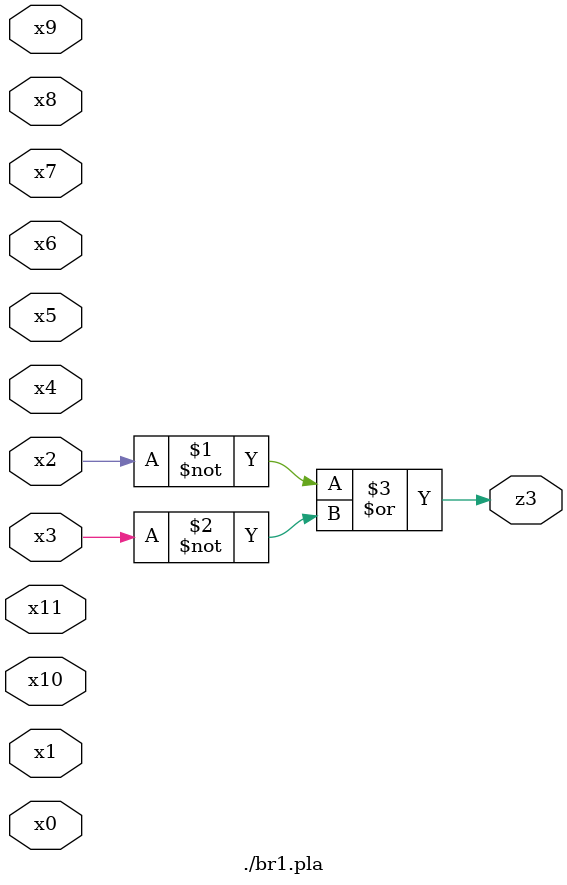
<source format=v>

module \./br1.pla  ( 
    x0, x1, x2, x3, x4, x5, x6, x7, x8, x9, x10, x11,
    z3  );
  input  x0, x1, x2, x3, x4, x5, x6, x7, x8, x9, x10, x11;
  output z3;
  assign z3 = ~x2 | ~x3;
endmodule



</source>
